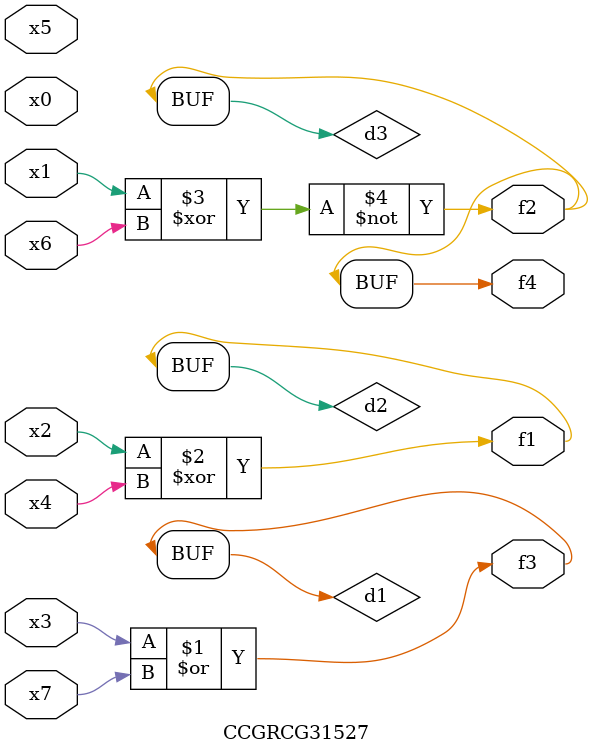
<source format=v>
module CCGRCG31527(
	input x0, x1, x2, x3, x4, x5, x6, x7,
	output f1, f2, f3, f4
);

	wire d1, d2, d3;

	or (d1, x3, x7);
	xor (d2, x2, x4);
	xnor (d3, x1, x6);
	assign f1 = d2;
	assign f2 = d3;
	assign f3 = d1;
	assign f4 = d3;
endmodule

</source>
